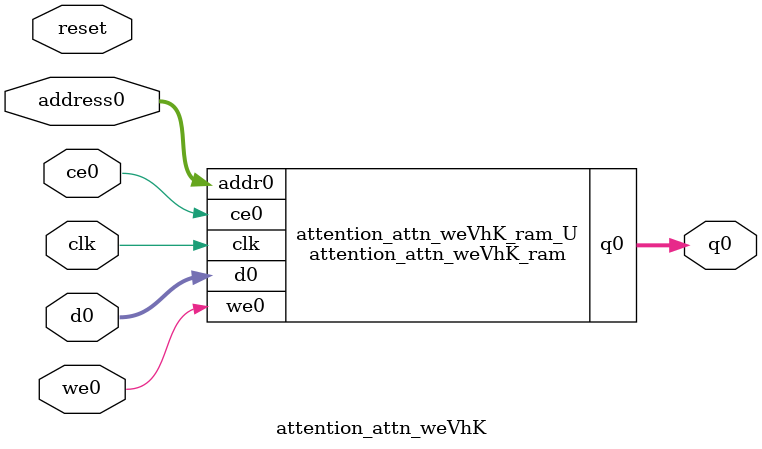
<source format=v>
`timescale 1 ns / 1 ps
module attention_attn_weVhK_ram (addr0, ce0, d0, we0, q0,  clk);

parameter DWIDTH = 32;
parameter AWIDTH = 7;
parameter MEM_SIZE = 96;

input[AWIDTH-1:0] addr0;
input ce0;
input[DWIDTH-1:0] d0;
input we0;
output reg[DWIDTH-1:0] q0;
input clk;

(* ram_style = "block" *)reg [DWIDTH-1:0] ram[0:MEM_SIZE-1];




always @(posedge clk)  
begin 
    if (ce0) begin
        if (we0) 
            ram[addr0] <= d0; 
        q0 <= ram[addr0];
    end
end


endmodule

`timescale 1 ns / 1 ps
module attention_attn_weVhK(
    reset,
    clk,
    address0,
    ce0,
    we0,
    d0,
    q0);

parameter DataWidth = 32'd32;
parameter AddressRange = 32'd96;
parameter AddressWidth = 32'd7;
input reset;
input clk;
input[AddressWidth - 1:0] address0;
input ce0;
input we0;
input[DataWidth - 1:0] d0;
output[DataWidth - 1:0] q0;



attention_attn_weVhK_ram attention_attn_weVhK_ram_U(
    .clk( clk ),
    .addr0( address0 ),
    .ce0( ce0 ),
    .we0( we0 ),
    .d0( d0 ),
    .q0( q0 ));

endmodule


</source>
